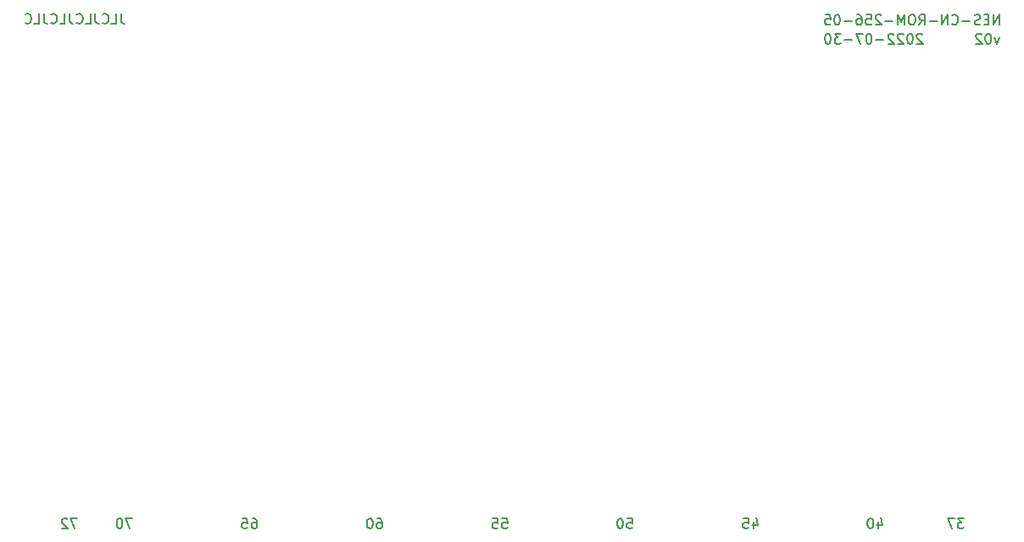
<source format=gbo>
G04 #@! TF.GenerationSoftware,KiCad,Pcbnew,(5.1.9)-1*
G04 #@! TF.CreationDate,2022-07-30T12:09:43-07:00*
G04 #@! TF.ProjectId,NES-CN-ROM-256-05,4e45532d-434e-42d5-924f-4d2d3235362d,v02*
G04 #@! TF.SameCoordinates,Original*
G04 #@! TF.FileFunction,Legend,Bot*
G04 #@! TF.FilePolarity,Positive*
%FSLAX46Y46*%
G04 Gerber Fmt 4.6, Leading zero omitted, Abs format (unit mm)*
G04 Created by KiCad (PCBNEW (5.1.9)-1) date 2022-07-30 12:09:43*
%MOMM*%
%LPD*%
G01*
G04 APERTURE LIST*
%ADD10C,0.150000*%
%ADD11C,0.100000*%
%ADD12C,1.300000*%
%ADD13O,1.700000X1.700000*%
%ADD14C,1.700000*%
G04 APERTURE END LIST*
D10*
X204207142Y-63847619D02*
X204159523Y-63800000D01*
X204064285Y-63752380D01*
X203826190Y-63752380D01*
X203730952Y-63800000D01*
X203683333Y-63847619D01*
X203635714Y-63942857D01*
X203635714Y-64038095D01*
X203683333Y-64180952D01*
X204254761Y-64752380D01*
X203635714Y-64752380D01*
X203016666Y-63752380D02*
X202921428Y-63752380D01*
X202826190Y-63800000D01*
X202778571Y-63847619D01*
X202730952Y-63942857D01*
X202683333Y-64133333D01*
X202683333Y-64371428D01*
X202730952Y-64561904D01*
X202778571Y-64657142D01*
X202826190Y-64704761D01*
X202921428Y-64752380D01*
X203016666Y-64752380D01*
X203111904Y-64704761D01*
X203159523Y-64657142D01*
X203207142Y-64561904D01*
X203254761Y-64371428D01*
X203254761Y-64133333D01*
X203207142Y-63942857D01*
X203159523Y-63847619D01*
X203111904Y-63800000D01*
X203016666Y-63752380D01*
X202302380Y-63847619D02*
X202254761Y-63800000D01*
X202159523Y-63752380D01*
X201921428Y-63752380D01*
X201826190Y-63800000D01*
X201778571Y-63847619D01*
X201730952Y-63942857D01*
X201730952Y-64038095D01*
X201778571Y-64180952D01*
X202350000Y-64752380D01*
X201730952Y-64752380D01*
X201350000Y-63847619D02*
X201302380Y-63800000D01*
X201207142Y-63752380D01*
X200969047Y-63752380D01*
X200873809Y-63800000D01*
X200826190Y-63847619D01*
X200778571Y-63942857D01*
X200778571Y-64038095D01*
X200826190Y-64180952D01*
X201397619Y-64752380D01*
X200778571Y-64752380D01*
X200350000Y-64371428D02*
X199588095Y-64371428D01*
X198921428Y-63752380D02*
X198826190Y-63752380D01*
X198730952Y-63800000D01*
X198683333Y-63847619D01*
X198635714Y-63942857D01*
X198588095Y-64133333D01*
X198588095Y-64371428D01*
X198635714Y-64561904D01*
X198683333Y-64657142D01*
X198730952Y-64704761D01*
X198826190Y-64752380D01*
X198921428Y-64752380D01*
X199016666Y-64704761D01*
X199064285Y-64657142D01*
X199111904Y-64561904D01*
X199159523Y-64371428D01*
X199159523Y-64133333D01*
X199111904Y-63942857D01*
X199064285Y-63847619D01*
X199016666Y-63800000D01*
X198921428Y-63752380D01*
X198254761Y-63752380D02*
X197588095Y-63752380D01*
X198016666Y-64752380D01*
X197207142Y-64371428D02*
X196445238Y-64371428D01*
X196064285Y-63752380D02*
X195445238Y-63752380D01*
X195778571Y-64133333D01*
X195635714Y-64133333D01*
X195540476Y-64180952D01*
X195492857Y-64228571D01*
X195445238Y-64323809D01*
X195445238Y-64561904D01*
X195492857Y-64657142D01*
X195540476Y-64704761D01*
X195635714Y-64752380D01*
X195921428Y-64752380D01*
X196016666Y-64704761D01*
X196064285Y-64657142D01*
X194826190Y-63752380D02*
X194730952Y-63752380D01*
X194635714Y-63800000D01*
X194588095Y-63847619D01*
X194540476Y-63942857D01*
X194492857Y-64133333D01*
X194492857Y-64371428D01*
X194540476Y-64561904D01*
X194588095Y-64657142D01*
X194635714Y-64704761D01*
X194730952Y-64752380D01*
X194826190Y-64752380D01*
X194921428Y-64704761D01*
X194969047Y-64657142D01*
X195016666Y-64561904D01*
X195064285Y-64371428D01*
X195064285Y-64133333D01*
X195016666Y-63942857D01*
X194969047Y-63847619D01*
X194921428Y-63800000D01*
X194826190Y-63752380D01*
X211890476Y-64085714D02*
X211652380Y-64752380D01*
X211414285Y-64085714D01*
X210842857Y-63752380D02*
X210747619Y-63752380D01*
X210652380Y-63800000D01*
X210604761Y-63847619D01*
X210557142Y-63942857D01*
X210509523Y-64133333D01*
X210509523Y-64371428D01*
X210557142Y-64561904D01*
X210604761Y-64657142D01*
X210652380Y-64704761D01*
X210747619Y-64752380D01*
X210842857Y-64752380D01*
X210938095Y-64704761D01*
X210985714Y-64657142D01*
X211033333Y-64561904D01*
X211080952Y-64371428D01*
X211080952Y-64133333D01*
X211033333Y-63942857D01*
X210985714Y-63847619D01*
X210938095Y-63800000D01*
X210842857Y-63752380D01*
X210128571Y-63847619D02*
X210080952Y-63800000D01*
X209985714Y-63752380D01*
X209747619Y-63752380D01*
X209652380Y-63800000D01*
X209604761Y-63847619D01*
X209557142Y-63942857D01*
X209557142Y-64038095D01*
X209604761Y-64180952D01*
X210176190Y-64752380D01*
X209557142Y-64752380D01*
X124169047Y-61752380D02*
X124169047Y-62466666D01*
X124216666Y-62609523D01*
X124311904Y-62704761D01*
X124454761Y-62752380D01*
X124550000Y-62752380D01*
X123216666Y-62752380D02*
X123692857Y-62752380D01*
X123692857Y-61752380D01*
X122311904Y-62657142D02*
X122359523Y-62704761D01*
X122502380Y-62752380D01*
X122597619Y-62752380D01*
X122740476Y-62704761D01*
X122835714Y-62609523D01*
X122883333Y-62514285D01*
X122930952Y-62323809D01*
X122930952Y-62180952D01*
X122883333Y-61990476D01*
X122835714Y-61895238D01*
X122740476Y-61800000D01*
X122597619Y-61752380D01*
X122502380Y-61752380D01*
X122359523Y-61800000D01*
X122311904Y-61847619D01*
X121597619Y-61752380D02*
X121597619Y-62466666D01*
X121645238Y-62609523D01*
X121740476Y-62704761D01*
X121883333Y-62752380D01*
X121978571Y-62752380D01*
X120645238Y-62752380D02*
X121121428Y-62752380D01*
X121121428Y-61752380D01*
X119740476Y-62657142D02*
X119788095Y-62704761D01*
X119930952Y-62752380D01*
X120026190Y-62752380D01*
X120169047Y-62704761D01*
X120264285Y-62609523D01*
X120311904Y-62514285D01*
X120359523Y-62323809D01*
X120359523Y-62180952D01*
X120311904Y-61990476D01*
X120264285Y-61895238D01*
X120169047Y-61800000D01*
X120026190Y-61752380D01*
X119930952Y-61752380D01*
X119788095Y-61800000D01*
X119740476Y-61847619D01*
X119026190Y-61752380D02*
X119026190Y-62466666D01*
X119073809Y-62609523D01*
X119169047Y-62704761D01*
X119311904Y-62752380D01*
X119407142Y-62752380D01*
X118073809Y-62752380D02*
X118550000Y-62752380D01*
X118550000Y-61752380D01*
X117169047Y-62657142D02*
X117216666Y-62704761D01*
X117359523Y-62752380D01*
X117454761Y-62752380D01*
X117597619Y-62704761D01*
X117692857Y-62609523D01*
X117740476Y-62514285D01*
X117788095Y-62323809D01*
X117788095Y-62180952D01*
X117740476Y-61990476D01*
X117692857Y-61895238D01*
X117597619Y-61800000D01*
X117454761Y-61752380D01*
X117359523Y-61752380D01*
X117216666Y-61800000D01*
X117169047Y-61847619D01*
X116454761Y-61752380D02*
X116454761Y-62466666D01*
X116502380Y-62609523D01*
X116597619Y-62704761D01*
X116740476Y-62752380D01*
X116835714Y-62752380D01*
X115502380Y-62752380D02*
X115978571Y-62752380D01*
X115978571Y-61752380D01*
X114597619Y-62657142D02*
X114645238Y-62704761D01*
X114788095Y-62752380D01*
X114883333Y-62752380D01*
X115026190Y-62704761D01*
X115121428Y-62609523D01*
X115169047Y-62514285D01*
X115216666Y-62323809D01*
X115216666Y-62180952D01*
X115169047Y-61990476D01*
X115121428Y-61895238D01*
X115026190Y-61800000D01*
X114883333Y-61752380D01*
X114788095Y-61752380D01*
X114645238Y-61800000D01*
X114597619Y-61847619D01*
X211890476Y-62852380D02*
X211890476Y-61852380D01*
X211319047Y-62852380D01*
X211319047Y-61852380D01*
X210842857Y-62328571D02*
X210509523Y-62328571D01*
X210366666Y-62852380D02*
X210842857Y-62852380D01*
X210842857Y-61852380D01*
X210366666Y-61852380D01*
X209985714Y-62804761D02*
X209842857Y-62852380D01*
X209604761Y-62852380D01*
X209509523Y-62804761D01*
X209461904Y-62757142D01*
X209414285Y-62661904D01*
X209414285Y-62566666D01*
X209461904Y-62471428D01*
X209509523Y-62423809D01*
X209604761Y-62376190D01*
X209795238Y-62328571D01*
X209890476Y-62280952D01*
X209938095Y-62233333D01*
X209985714Y-62138095D01*
X209985714Y-62042857D01*
X209938095Y-61947619D01*
X209890476Y-61900000D01*
X209795238Y-61852380D01*
X209557142Y-61852380D01*
X209414285Y-61900000D01*
X208985714Y-62471428D02*
X208223809Y-62471428D01*
X207176190Y-62757142D02*
X207223809Y-62804761D01*
X207366666Y-62852380D01*
X207461904Y-62852380D01*
X207604761Y-62804761D01*
X207700000Y-62709523D01*
X207747619Y-62614285D01*
X207795238Y-62423809D01*
X207795238Y-62280952D01*
X207747619Y-62090476D01*
X207700000Y-61995238D01*
X207604761Y-61900000D01*
X207461904Y-61852380D01*
X207366666Y-61852380D01*
X207223809Y-61900000D01*
X207176190Y-61947619D01*
X206747619Y-62852380D02*
X206747619Y-61852380D01*
X206176190Y-62852380D01*
X206176190Y-61852380D01*
X205700000Y-62471428D02*
X204938095Y-62471428D01*
X203890476Y-62852380D02*
X204223809Y-62376190D01*
X204461904Y-62852380D02*
X204461904Y-61852380D01*
X204080952Y-61852380D01*
X203985714Y-61900000D01*
X203938095Y-61947619D01*
X203890476Y-62042857D01*
X203890476Y-62185714D01*
X203938095Y-62280952D01*
X203985714Y-62328571D01*
X204080952Y-62376190D01*
X204461904Y-62376190D01*
X203271428Y-61852380D02*
X203080952Y-61852380D01*
X202985714Y-61900000D01*
X202890476Y-61995238D01*
X202842857Y-62185714D01*
X202842857Y-62519047D01*
X202890476Y-62709523D01*
X202985714Y-62804761D01*
X203080952Y-62852380D01*
X203271428Y-62852380D01*
X203366666Y-62804761D01*
X203461904Y-62709523D01*
X203509523Y-62519047D01*
X203509523Y-62185714D01*
X203461904Y-61995238D01*
X203366666Y-61900000D01*
X203271428Y-61852380D01*
X202414285Y-62852380D02*
X202414285Y-61852380D01*
X202080952Y-62566666D01*
X201747619Y-61852380D01*
X201747619Y-62852380D01*
X201271428Y-62471428D02*
X200509523Y-62471428D01*
X200080952Y-61947619D02*
X200033333Y-61900000D01*
X199938095Y-61852380D01*
X199700000Y-61852380D01*
X199604761Y-61900000D01*
X199557142Y-61947619D01*
X199509523Y-62042857D01*
X199509523Y-62138095D01*
X199557142Y-62280952D01*
X200128571Y-62852380D01*
X199509523Y-62852380D01*
X198604761Y-61852380D02*
X199080952Y-61852380D01*
X199128571Y-62328571D01*
X199080952Y-62280952D01*
X198985714Y-62233333D01*
X198747619Y-62233333D01*
X198652380Y-62280952D01*
X198604761Y-62328571D01*
X198557142Y-62423809D01*
X198557142Y-62661904D01*
X198604761Y-62757142D01*
X198652380Y-62804761D01*
X198747619Y-62852380D01*
X198985714Y-62852380D01*
X199080952Y-62804761D01*
X199128571Y-62757142D01*
X197700000Y-61852380D02*
X197890476Y-61852380D01*
X197985714Y-61900000D01*
X198033333Y-61947619D01*
X198128571Y-62090476D01*
X198176190Y-62280952D01*
X198176190Y-62661904D01*
X198128571Y-62757142D01*
X198080952Y-62804761D01*
X197985714Y-62852380D01*
X197795238Y-62852380D01*
X197700000Y-62804761D01*
X197652380Y-62757142D01*
X197604761Y-62661904D01*
X197604761Y-62423809D01*
X197652380Y-62328571D01*
X197700000Y-62280952D01*
X197795238Y-62233333D01*
X197985714Y-62233333D01*
X198080952Y-62280952D01*
X198128571Y-62328571D01*
X198176190Y-62423809D01*
X197176190Y-62471428D02*
X196414285Y-62471428D01*
X195747619Y-61852380D02*
X195652380Y-61852380D01*
X195557142Y-61900000D01*
X195509523Y-61947619D01*
X195461904Y-62042857D01*
X195414285Y-62233333D01*
X195414285Y-62471428D01*
X195461904Y-62661904D01*
X195509523Y-62757142D01*
X195557142Y-62804761D01*
X195652380Y-62852380D01*
X195747619Y-62852380D01*
X195842857Y-62804761D01*
X195890476Y-62757142D01*
X195938095Y-62661904D01*
X195985714Y-62471428D01*
X195985714Y-62233333D01*
X195938095Y-62042857D01*
X195890476Y-61947619D01*
X195842857Y-61900000D01*
X195747619Y-61852380D01*
X194509523Y-61852380D02*
X194985714Y-61852380D01*
X195033333Y-62328571D01*
X194985714Y-62280952D01*
X194890476Y-62233333D01*
X194652380Y-62233333D01*
X194557142Y-62280952D01*
X194509523Y-62328571D01*
X194461904Y-62423809D01*
X194461904Y-62661904D01*
X194509523Y-62757142D01*
X194557142Y-62804761D01*
X194652380Y-62852380D01*
X194890476Y-62852380D01*
X194985714Y-62804761D01*
X195033333Y-62757142D01*
X125309523Y-112202380D02*
X124642857Y-112202380D01*
X125071428Y-113202380D01*
X124071428Y-112202380D02*
X123976190Y-112202380D01*
X123880952Y-112250000D01*
X123833333Y-112297619D01*
X123785714Y-112392857D01*
X123738095Y-112583333D01*
X123738095Y-112821428D01*
X123785714Y-113011904D01*
X123833333Y-113107142D01*
X123880952Y-113154761D01*
X123976190Y-113202380D01*
X124071428Y-113202380D01*
X124166666Y-113154761D01*
X124214285Y-113107142D01*
X124261904Y-113011904D01*
X124309523Y-112821428D01*
X124309523Y-112583333D01*
X124261904Y-112392857D01*
X124214285Y-112297619D01*
X124166666Y-112250000D01*
X124071428Y-112202380D01*
X137285714Y-112202380D02*
X137476190Y-112202380D01*
X137571428Y-112250000D01*
X137619047Y-112297619D01*
X137714285Y-112440476D01*
X137761904Y-112630952D01*
X137761904Y-113011904D01*
X137714285Y-113107142D01*
X137666666Y-113154761D01*
X137571428Y-113202380D01*
X137380952Y-113202380D01*
X137285714Y-113154761D01*
X137238095Y-113107142D01*
X137190476Y-113011904D01*
X137190476Y-112773809D01*
X137238095Y-112678571D01*
X137285714Y-112630952D01*
X137380952Y-112583333D01*
X137571428Y-112583333D01*
X137666666Y-112630952D01*
X137714285Y-112678571D01*
X137761904Y-112773809D01*
X136285714Y-112202380D02*
X136761904Y-112202380D01*
X136809523Y-112678571D01*
X136761904Y-112630952D01*
X136666666Y-112583333D01*
X136428571Y-112583333D01*
X136333333Y-112630952D01*
X136285714Y-112678571D01*
X136238095Y-112773809D01*
X136238095Y-113011904D01*
X136285714Y-113107142D01*
X136333333Y-113154761D01*
X136428571Y-113202380D01*
X136666666Y-113202380D01*
X136761904Y-113154761D01*
X136809523Y-113107142D01*
X149785714Y-112202380D02*
X149976190Y-112202380D01*
X150071428Y-112250000D01*
X150119047Y-112297619D01*
X150214285Y-112440476D01*
X150261904Y-112630952D01*
X150261904Y-113011904D01*
X150214285Y-113107142D01*
X150166666Y-113154761D01*
X150071428Y-113202380D01*
X149880952Y-113202380D01*
X149785714Y-113154761D01*
X149738095Y-113107142D01*
X149690476Y-113011904D01*
X149690476Y-112773809D01*
X149738095Y-112678571D01*
X149785714Y-112630952D01*
X149880952Y-112583333D01*
X150071428Y-112583333D01*
X150166666Y-112630952D01*
X150214285Y-112678571D01*
X150261904Y-112773809D01*
X149071428Y-112202380D02*
X148976190Y-112202380D01*
X148880952Y-112250000D01*
X148833333Y-112297619D01*
X148785714Y-112392857D01*
X148738095Y-112583333D01*
X148738095Y-112821428D01*
X148785714Y-113011904D01*
X148833333Y-113107142D01*
X148880952Y-113154761D01*
X148976190Y-113202380D01*
X149071428Y-113202380D01*
X149166666Y-113154761D01*
X149214285Y-113107142D01*
X149261904Y-113011904D01*
X149309523Y-112821428D01*
X149309523Y-112583333D01*
X149261904Y-112392857D01*
X149214285Y-112297619D01*
X149166666Y-112250000D01*
X149071428Y-112202380D01*
X162238095Y-112202380D02*
X162714285Y-112202380D01*
X162761904Y-112678571D01*
X162714285Y-112630952D01*
X162619047Y-112583333D01*
X162380952Y-112583333D01*
X162285714Y-112630952D01*
X162238095Y-112678571D01*
X162190476Y-112773809D01*
X162190476Y-113011904D01*
X162238095Y-113107142D01*
X162285714Y-113154761D01*
X162380952Y-113202380D01*
X162619047Y-113202380D01*
X162714285Y-113154761D01*
X162761904Y-113107142D01*
X161285714Y-112202380D02*
X161761904Y-112202380D01*
X161809523Y-112678571D01*
X161761904Y-112630952D01*
X161666666Y-112583333D01*
X161428571Y-112583333D01*
X161333333Y-112630952D01*
X161285714Y-112678571D01*
X161238095Y-112773809D01*
X161238095Y-113011904D01*
X161285714Y-113107142D01*
X161333333Y-113154761D01*
X161428571Y-113202380D01*
X161666666Y-113202380D01*
X161761904Y-113154761D01*
X161809523Y-113107142D01*
X174738095Y-112202380D02*
X175214285Y-112202380D01*
X175261904Y-112678571D01*
X175214285Y-112630952D01*
X175119047Y-112583333D01*
X174880952Y-112583333D01*
X174785714Y-112630952D01*
X174738095Y-112678571D01*
X174690476Y-112773809D01*
X174690476Y-113011904D01*
X174738095Y-113107142D01*
X174785714Y-113154761D01*
X174880952Y-113202380D01*
X175119047Y-113202380D01*
X175214285Y-113154761D01*
X175261904Y-113107142D01*
X174071428Y-112202380D02*
X173976190Y-112202380D01*
X173880952Y-112250000D01*
X173833333Y-112297619D01*
X173785714Y-112392857D01*
X173738095Y-112583333D01*
X173738095Y-112821428D01*
X173785714Y-113011904D01*
X173833333Y-113107142D01*
X173880952Y-113154761D01*
X173976190Y-113202380D01*
X174071428Y-113202380D01*
X174166666Y-113154761D01*
X174214285Y-113107142D01*
X174261904Y-113011904D01*
X174309523Y-112821428D01*
X174309523Y-112583333D01*
X174261904Y-112392857D01*
X174214285Y-112297619D01*
X174166666Y-112250000D01*
X174071428Y-112202380D01*
X187335714Y-112535714D02*
X187335714Y-113202380D01*
X187573809Y-112154761D02*
X187811904Y-112869047D01*
X187192857Y-112869047D01*
X186335714Y-112202380D02*
X186811904Y-112202380D01*
X186859523Y-112678571D01*
X186811904Y-112630952D01*
X186716666Y-112583333D01*
X186478571Y-112583333D01*
X186383333Y-112630952D01*
X186335714Y-112678571D01*
X186288095Y-112773809D01*
X186288095Y-113011904D01*
X186335714Y-113107142D01*
X186383333Y-113154761D01*
X186478571Y-113202380D01*
X186716666Y-113202380D01*
X186811904Y-113154761D01*
X186859523Y-113107142D01*
X199785714Y-112535714D02*
X199785714Y-113202380D01*
X200023809Y-112154761D02*
X200261904Y-112869047D01*
X199642857Y-112869047D01*
X199071428Y-112202380D02*
X198976190Y-112202380D01*
X198880952Y-112250000D01*
X198833333Y-112297619D01*
X198785714Y-112392857D01*
X198738095Y-112583333D01*
X198738095Y-112821428D01*
X198785714Y-113011904D01*
X198833333Y-113107142D01*
X198880952Y-113154761D01*
X198976190Y-113202380D01*
X199071428Y-113202380D01*
X199166666Y-113154761D01*
X199214285Y-113107142D01*
X199261904Y-113011904D01*
X199309523Y-112821428D01*
X199309523Y-112583333D01*
X199261904Y-112392857D01*
X199214285Y-112297619D01*
X199166666Y-112250000D01*
X199071428Y-112202380D01*
X208359523Y-112202380D02*
X207740476Y-112202380D01*
X208073809Y-112583333D01*
X207930952Y-112583333D01*
X207835714Y-112630952D01*
X207788095Y-112678571D01*
X207740476Y-112773809D01*
X207740476Y-113011904D01*
X207788095Y-113107142D01*
X207835714Y-113154761D01*
X207930952Y-113202380D01*
X208216666Y-113202380D01*
X208311904Y-113154761D01*
X208359523Y-113107142D01*
X207407142Y-112202380D02*
X206740476Y-112202380D01*
X207169047Y-113202380D01*
X119809523Y-112202380D02*
X119142857Y-112202380D01*
X119571428Y-113202380D01*
X118809523Y-112297619D02*
X118761904Y-112250000D01*
X118666666Y-112202380D01*
X118428571Y-112202380D01*
X118333333Y-112250000D01*
X118285714Y-112297619D01*
X118238095Y-112392857D01*
X118238095Y-112488095D01*
X118285714Y-112630952D01*
X118857142Y-113202380D01*
X118238095Y-113202380D01*
%LPC*%
D11*
G36*
X210000000Y-125000000D02*
G01*
X116500000Y-125000000D01*
X116500000Y-113700000D01*
X210000000Y-113700000D01*
X210000000Y-125000000D01*
G37*
X210000000Y-125000000D02*
X116500000Y-125000000D01*
X116500000Y-113700000D01*
X210000000Y-113700000D01*
X210000000Y-125000000D01*
G36*
G01*
X163250000Y-86000000D02*
X163250000Y-84800000D01*
G75*
G02*
X163300000Y-84750000I50000J0D01*
G01*
X164500000Y-84750000D01*
G75*
G02*
X164550000Y-84800000I0J-50000D01*
G01*
X164550000Y-86000000D01*
G75*
G02*
X164500000Y-86050000I-50000J0D01*
G01*
X163300000Y-86050000D01*
G75*
G02*
X163250000Y-86000000I0J50000D01*
G01*
G37*
D12*
X165400000Y-85400000D03*
D13*
X135250000Y-77550000D03*
D14*
X135250000Y-85050000D03*
X210200000Y-101500000D03*
D13*
X210200000Y-94000000D03*
X179420000Y-75250000D03*
G36*
G01*
X170950000Y-76050000D02*
X170950000Y-74450000D01*
G75*
G02*
X171000000Y-74400000I50000J0D01*
G01*
X172600000Y-74400000D01*
G75*
G02*
X172650000Y-74450000I0J-50000D01*
G01*
X172650000Y-76050000D01*
G75*
G02*
X172600000Y-76100000I-50000J0D01*
G01*
X171000000Y-76100000D01*
G75*
G02*
X170950000Y-76050000I0J50000D01*
G01*
G37*
G36*
G01*
X170950000Y-79100000D02*
X170950000Y-77500000D01*
G75*
G02*
X171000000Y-77450000I50000J0D01*
G01*
X172600000Y-77450000D01*
G75*
G02*
X172650000Y-77500000I0J-50000D01*
G01*
X172650000Y-79100000D01*
G75*
G02*
X172600000Y-79150000I-50000J0D01*
G01*
X171000000Y-79150000D01*
G75*
G02*
X170950000Y-79100000I0J50000D01*
G01*
G37*
X179420000Y-78300000D03*
X200600000Y-80570000D03*
X182820000Y-72950000D03*
X198060000Y-80570000D03*
X185360000Y-72950000D03*
X195520000Y-80570000D03*
X187900000Y-72950000D03*
X192980000Y-80570000D03*
X190440000Y-72950000D03*
X190440000Y-80570000D03*
X192980000Y-72950000D03*
X187900000Y-80570000D03*
X195520000Y-72950000D03*
X185360000Y-80570000D03*
X198060000Y-72950000D03*
X182820000Y-80570000D03*
G36*
G01*
X199800000Y-72100000D02*
X201400000Y-72100000D01*
G75*
G02*
X201450000Y-72150000I0J-50000D01*
G01*
X201450000Y-73750000D01*
G75*
G02*
X201400000Y-73800000I-50000J0D01*
G01*
X199800000Y-73800000D01*
G75*
G02*
X199750000Y-73750000I0J50000D01*
G01*
X199750000Y-72150000D01*
G75*
G02*
X199800000Y-72100000I50000J0D01*
G01*
G37*
G36*
G01*
X130250000Y-76650000D02*
X131850000Y-76650000D01*
G75*
G02*
X131900000Y-76700000I0J-50000D01*
G01*
X131900000Y-78300000D01*
G75*
G02*
X131850000Y-78350000I-50000J0D01*
G01*
X130250000Y-78350000D01*
G75*
G02*
X130200000Y-78300000I0J50000D01*
G01*
X130200000Y-76700000D01*
G75*
G02*
X130250000Y-76650000I50000J0D01*
G01*
G37*
X123430000Y-85120000D03*
X128510000Y-77500000D03*
X125970000Y-85120000D03*
X125970000Y-77500000D03*
X128510000Y-85120000D03*
X123430000Y-77500000D03*
X131050000Y-85120000D03*
G36*
G01*
X160750000Y-88250000D02*
X162350000Y-88250000D01*
G75*
G02*
X162400000Y-88300000I0J-50000D01*
G01*
X162400000Y-89900000D01*
G75*
G02*
X162350000Y-89950000I-50000J0D01*
G01*
X160750000Y-89950000D01*
G75*
G02*
X160700000Y-89900000I0J50000D01*
G01*
X160700000Y-88300000D01*
G75*
G02*
X160750000Y-88250000I50000J0D01*
G01*
G37*
X123450000Y-104340000D03*
X159010000Y-89100000D03*
X125990000Y-104340000D03*
X156470000Y-89100000D03*
X128530000Y-104340000D03*
X153930000Y-89100000D03*
X131070000Y-104340000D03*
X151390000Y-89100000D03*
X133610000Y-104340000D03*
X148850000Y-89100000D03*
X136150000Y-104340000D03*
X146310000Y-89100000D03*
X138690000Y-104340000D03*
X143770000Y-89100000D03*
X141230000Y-104340000D03*
X141230000Y-89100000D03*
X143770000Y-104340000D03*
X138690000Y-89100000D03*
X146310000Y-104340000D03*
X136150000Y-89100000D03*
X148850000Y-104340000D03*
X133610000Y-89100000D03*
X151390000Y-104340000D03*
X131070000Y-89100000D03*
X153930000Y-104340000D03*
X128530000Y-89100000D03*
X156470000Y-104340000D03*
X125990000Y-89100000D03*
X159010000Y-104340000D03*
X123450000Y-89100000D03*
X161550000Y-104340000D03*
X205750000Y-104340000D03*
X167650000Y-89100000D03*
X203210000Y-104340000D03*
X170190000Y-89100000D03*
X200670000Y-104340000D03*
X172730000Y-89100000D03*
X198130000Y-104340000D03*
X175270000Y-89100000D03*
X195590000Y-104340000D03*
X177810000Y-89100000D03*
X193050000Y-104340000D03*
X180350000Y-89100000D03*
X190510000Y-104340000D03*
X182890000Y-89100000D03*
X187970000Y-104340000D03*
X185430000Y-89100000D03*
X185430000Y-104340000D03*
X187970000Y-89100000D03*
X182890000Y-104340000D03*
X190510000Y-89100000D03*
X180350000Y-104340000D03*
X193050000Y-89100000D03*
X177810000Y-104340000D03*
X195590000Y-89100000D03*
X175270000Y-104340000D03*
X198130000Y-89100000D03*
X172730000Y-104340000D03*
X200670000Y-89100000D03*
X170190000Y-104340000D03*
X203210000Y-89100000D03*
X167650000Y-104340000D03*
G36*
G01*
X204950000Y-88250000D02*
X206550000Y-88250000D01*
G75*
G02*
X206600000Y-88300000I0J-50000D01*
G01*
X206600000Y-89900000D01*
G75*
G02*
X206550000Y-89950000I-50000J0D01*
G01*
X204950000Y-89950000D01*
G75*
G02*
X204900000Y-89900000I0J50000D01*
G01*
X204900000Y-88300000D01*
G75*
G02*
X204950000Y-88250000I50000J0D01*
G01*
G37*
M02*

</source>
